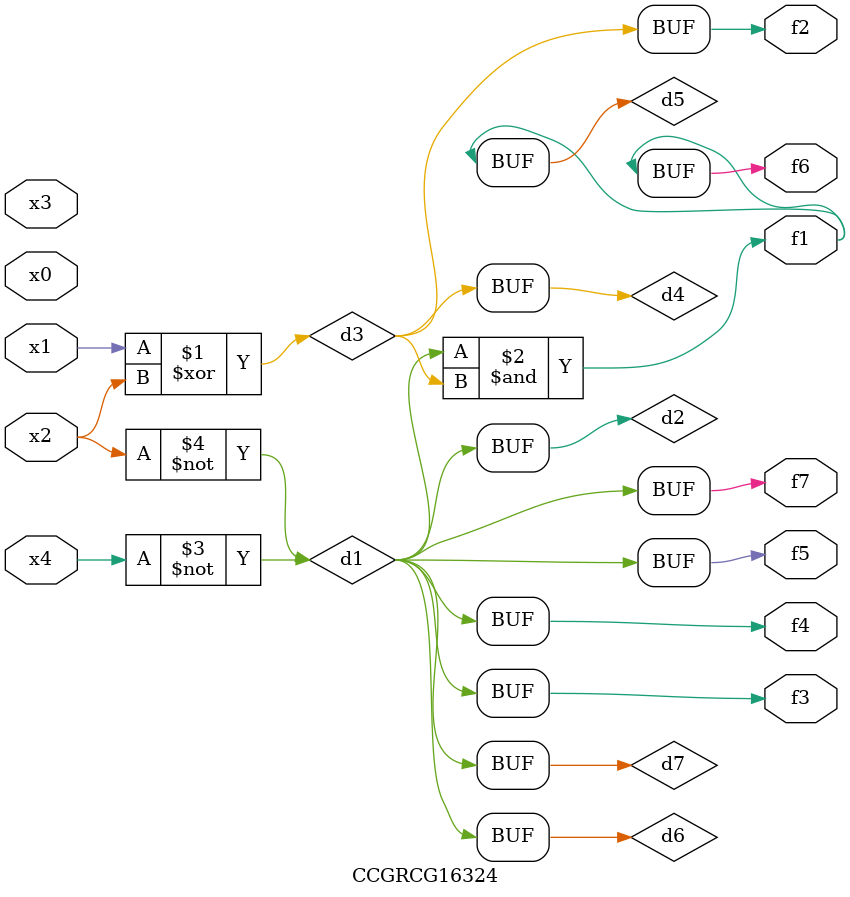
<source format=v>
module CCGRCG16324(
	input x0, x1, x2, x3, x4,
	output f1, f2, f3, f4, f5, f6, f7
);

	wire d1, d2, d3, d4, d5, d6, d7;

	not (d1, x4);
	not (d2, x2);
	xor (d3, x1, x2);
	buf (d4, d3);
	and (d5, d1, d3);
	buf (d6, d1, d2);
	buf (d7, d2);
	assign f1 = d5;
	assign f2 = d4;
	assign f3 = d7;
	assign f4 = d7;
	assign f5 = d7;
	assign f6 = d5;
	assign f7 = d7;
endmodule

</source>
